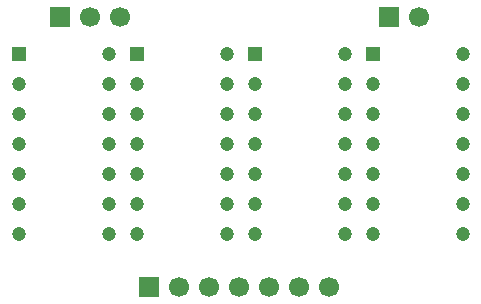
<source format=gbr>
%TF.GenerationSoftware,KiCad,Pcbnew,9.0.6*%
%TF.CreationDate,2025-12-12T15:58:06+01:00*%
%TF.ProjectId,nsm4202A_MAN3910,6e736d34-3230-4324-915f-4d414e333931,rev?*%
%TF.SameCoordinates,Original*%
%TF.FileFunction,Soldermask,Top*%
%TF.FilePolarity,Negative*%
%FSLAX46Y46*%
G04 Gerber Fmt 4.6, Leading zero omitted, Abs format (unit mm)*
G04 Created by KiCad (PCBNEW 9.0.6) date 2025-12-12 15:58:06*
%MOMM*%
%LPD*%
G01*
G04 APERTURE LIST*
%ADD10R,1.700000X1.700000*%
%ADD11C,1.700000*%
%ADD12R,1.200000X1.200000*%
%ADD13C,1.200000*%
G04 APERTURE END LIST*
D10*
%TO.C,J3*%
X104900000Y-76340000D03*
D11*
X107440000Y-76340000D03*
X109980000Y-76340000D03*
%TD*%
D10*
%TO.C,J1*%
X112500000Y-99200000D03*
D11*
X115040000Y-99200000D03*
X117580000Y-99200000D03*
X120120000Y-99200000D03*
X122660000Y-99200000D03*
X125200000Y-99200000D03*
X127740000Y-99200000D03*
%TD*%
D10*
%TO.C,J2*%
X132825000Y-76340000D03*
D11*
X135365000Y-76340000D03*
%TD*%
D12*
%TO.C,DS4*%
X131420000Y-79520400D03*
D13*
X131420000Y-82060400D03*
X131420000Y-84600400D03*
X131420000Y-87140400D03*
X131420000Y-89680400D03*
X131420000Y-92220400D03*
X131420000Y-94760400D03*
X139040000Y-94760400D03*
X139040000Y-92220400D03*
X139040000Y-89680400D03*
X139040000Y-87140400D03*
X139040000Y-84600400D03*
X139040000Y-82060400D03*
X139040000Y-79520400D03*
%TD*%
D12*
%TO.C,DS1*%
X101420000Y-79520400D03*
D13*
X101420000Y-82060400D03*
X101420000Y-84600400D03*
X101420000Y-87140400D03*
X101420000Y-89680400D03*
X101420000Y-92220400D03*
X101420000Y-94760400D03*
X109040000Y-94760400D03*
X109040000Y-92220400D03*
X109040000Y-89680400D03*
X109040000Y-87140400D03*
X109040000Y-84600400D03*
X109040000Y-82060400D03*
X109040000Y-79520400D03*
%TD*%
D12*
%TO.C,DS2*%
X111420000Y-79520400D03*
D13*
X111420000Y-82060400D03*
X111420000Y-84600400D03*
X111420000Y-87140400D03*
X111420000Y-89680400D03*
X111420000Y-92220400D03*
X111420000Y-94760400D03*
X119040000Y-94760400D03*
X119040000Y-92220400D03*
X119040000Y-89680400D03*
X119040000Y-87140400D03*
X119040000Y-84600400D03*
X119040000Y-82060400D03*
X119040000Y-79520400D03*
%TD*%
D12*
%TO.C,DS3*%
X121420000Y-79520400D03*
D13*
X121420000Y-82060400D03*
X121420000Y-84600400D03*
X121420000Y-87140400D03*
X121420000Y-89680400D03*
X121420000Y-92220400D03*
X121420000Y-94760400D03*
X129040000Y-94760400D03*
X129040000Y-92220400D03*
X129040000Y-89680400D03*
X129040000Y-87140400D03*
X129040000Y-84600400D03*
X129040000Y-82060400D03*
X129040000Y-79520400D03*
%TD*%
M02*

</source>
